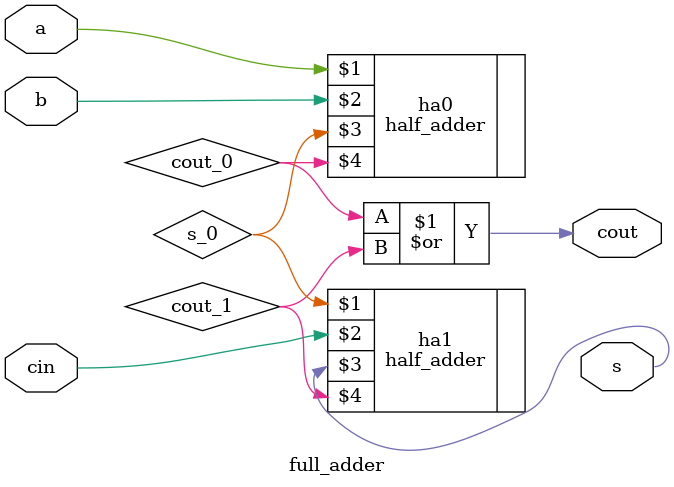
<source format=v>
/*
 * Full adder: Combines two half adders to create a full adder with carry-in
 */
module full_adder(
    input a,
    input b,
    input cin,
    output s,
    output cout
);

    wire s_0, cout_0, cout_1;

    half_adder ha0(a, b, s_0, cout_0);
    half_adder ha1(s_0, cin, s, cout_1);
    assign cout = cout_0 | cout_1;

endmodule

</source>
